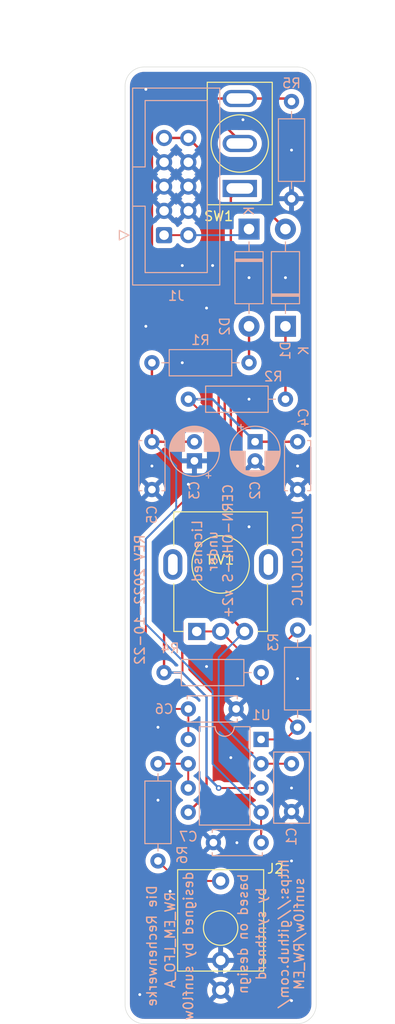
<source format=kicad_pcb>
(kicad_pcb (version 20211014) (generator pcbnew)
  (title_block (title "RW_EM_LFO_A") (date "2022-10-19") (rev "2022-10-19") (comment 1 "Licensed under CERN-OHL-S v2+") (comment 2 "https://github.com/sunfl0w/RW_EM"))
  (layers (0 "F.Cu" signal) (31 "B.Cu" signal) (34 "B.Paste" user) (35 "F.Paste" user) (36 "B.SilkS" user "B.Silkscreen") (37 "F.SilkS" user "F.Silkscreen") (38 "B.Mask" user) (39 "F.Mask" user) (44 "Edge.Cuts" user))
  (net 0 "")
  (net 1 "GND")
  (net 2 "Net-(C1-Pad2)")
  (net 3 "+12V")
  (net 4 "-12V")
  (net 5 "Net-(D1-Pad1)")
  (net 6 "Net-(D1-Pad2)")
  (net 7 "Net-(D2-Pad1)")
  (net 8 "Net-(D2-Pad2)")
  (net 9 "Net-(J2-PadT)")
  (net 10 "Net-(R3-Pad1)")
  (net 11 "Net-(R3-Pad2)")
  (net 12 "Net-(R4-Pad2)")
  (net 13 "Net-(R6-Pad1)")
  (net 14 "Net-(SW1-Pad2)")
  (footprint "RW_EurorackModular:PJ301M-12" (layer "F.Cu") (at 138 141)
    (fp_text reference "J2" (at 5.715 -6.2 unlocked) (layer "F.SilkS"))
    (fp_text value "PJ301M-12")
    (fp_rect (start 4.5 -6.1) (end -4.5 4.5) (layer "F.SilkS") (width 0.12) (fill none))
    (fp_circle (center 0 0) (end 1.8 0) (layer "F.SilkS") (width 0.12) (fill none))
    (pad "S" thru_hole circle (at 0 6.5) (size 1.8 1.8) (drill 1) (layers *.Cu *.Mask) (net 1 "GND"))
    (pad "T" thru_hole circle (at 0 -4.92) (size 1.8 1.8) (drill 1) (layers *.Cu *.Mask) (net 9 "Net-(J2-PadT)"))
    (pad "TN" thru_hole oval (at 0 3.38) (size 1.8 1.8) (drill oval 1) (layers *.Cu *.Mask) (net 1 "GND"))
  )
  (footprint "RW_EurorackModular:Potentiometer_R0904N_SongHuei" (layer "F.Cu") (at 138 103)
    (fp_text reference "RV1" (at 0 -0.5 unlocked) (layer "F.SilkS"))
    (fp_text value "1M")
    (fp_line (start 0 -5.5) (end 4.9 -5.5) (layer "F.SilkS") (width 0.12))
    (fp_line (start 0 -5.5) (end -4.9 -5.5) (layer "F.SilkS") (width 0.12))
    (fp_line (start -4.9 7) (end -3.9 7) (layer "F.SilkS") (width 0.12))
    (fp_line (start 4.9 7) (end 3.9 7) (layer "F.SilkS") (width 0.12))
    (fp_line (start -4.9 -5.5) (end -4.9 -2) (layer "F.SilkS") (width 0.12))
    (fp_line (start 4.9 -5.5) (end 4.9 -2) (layer "F.SilkS") (width 0.12))
    (fp_line (start -4.9 7) (end -4.9 2) (layer "F.SilkS") (width 0.12))
    (fp_line (start 4.9 7) (end 4.9 2) (layer "F.SilkS") (width 0.12))
    (fp_circle (center 0 0) (end 3 0) (layer "F.SilkS") (width 0.12) (fill none))
    (pad "" thru_hole oval (at -5 0) (size 2 3.2) (drill oval 1 2.2) (layers *.Cu *.Mask))
    (pad "" thru_hole oval (at 5 0) (size 2 3.2) (drill oval 1 2.2) (layers *.Cu *.Mask))
    (pad "1" thru_hole rect (at -2.5 7) (size 1.8 1.8) (drill 1) (layers *.Cu *.Mask) (net 10 "Net-(R3-Pad1)"))
    (pad "2" thru_hole circle (at 0 7) (size 1.8 1.8) (drill 1) (layers *.Cu *.Mask) (net 10 "Net-(R3-Pad1)"))
    (pad "3" thru_hole circle (at 2.5 7) (size 1.8 1.8) (drill 1) (layers *.Cu *.Mask) (net 2 "Net-(C1-Pad2)"))
  )
  (footprint "RW_EurorackModular:Toggle_Switch_LUGS_SPDT" (layer "F.Cu") (at 140 59)
    (fp_text reference "SW1" (at -2.205 7.6 unlocked) (layer "F.SilkS"))
    (fp_text value "SW_SPDT")
    (fp_rect (start -3.4 -6.4) (end 3.4 6.4) (layer "F.SilkS") (width 0.12) (fill none))
    (fp_circle (center 0 0) (end 3 0) (layer "F.SilkS") (width 0.12) (fill none))
    (pad "1" thru_hole rect (at 0 4.7) (size 3.6 1.8) (drill oval 2.8 1.1) (layers *.Cu *.Mask) (net 2 "Net-(C1-Pad2)"))
    (pad "2" thru_hole oval (at 0 0) (size 3.6 1.8) (drill oval 2.8 1.1) (layers *.Cu *.Mask) (net 14 "Net-(SW1-Pad2)"))
    (pad "3" thru_hole oval (at 0 -4.7) (size 3.6 1.8) (drill oval 2.8 1.1) (layers *.Cu *.Mask) (net 12 "Net-(R4-Pad2)"))
  )
  (footprint "Resistor_THT:R_Axial_DIN0207_L6.3mm_D2.5mm_P10.16mm_Horizontal" (layer "B.Cu") (at 140.97 81.915 180)
    (fp_text reference "R1" (at 5.08 2.37) (layer "B.SilkS") (effects (justify mirror)))
    (fp_text value "10")
    (fp_line (start 1.81 1.37) (end 1.81 -1.37) (layer "B.SilkS") (width 0.12))
    (fp_line (start 1.81 -1.37) (end 8.35 -1.37) (layer "B.SilkS") (width 0.12))
    (fp_line (start 8.35 1.37) (end 1.81 1.37) (layer "B.SilkS") (width 0.12))
    (fp_line (start 9.12 0) (end 8.35 0) (layer "B.SilkS") (width 0.12))
    (fp_line (start 1.04 0) (end 1.81 0) (layer "B.SilkS") (width 0.12))
    (fp_line (start 8.35 -1.37) (end 8.35 1.37) (layer "B.SilkS") (width 0.12))
    (pad "1" thru_hole circle (at 0 0 180) (size 1.6 1.6) (drill 0.8) (layers *.Cu *.Mask) (net 8 "Net-(D2-Pad2)"))
    (pad "2" thru_hole oval (at 10.16 0 180) (size 1.6 1.6) (drill 0.8) (layers *.Cu *.Mask) (net 4 "-12V"))
  )
  (footprint "Capacitor_THT:C_Rect_L7.2mm_W3.5mm_P5.00mm_FKS2_FKP2_MKS2_MKP2" (layer "B.Cu") (at 145.415 128.825 90)
    (fp_text reference "C1" (at -2.62 0 90) (layer "B.SilkS") (effects (justify mirror)))
    (fp_text value "1uF")
    (fp_line (start -1.22 1.87) (end 6.22 1.87) (layer "B.SilkS") (width 0.12))
    (fp_line (start 6.22 1.87) (end 6.22 -1.87) (layer "B.SilkS") (width 0.12))
    (fp_line (start -1.22 -1.87) (end 6.22 -1.87) (layer "B.SilkS") (width 0.12))
    (fp_line (start -1.22 1.87) (end -1.22 -1.87) (layer "B.SilkS") (width 0.12))
    (pad "1" thru_hole circle (at 0 0 90) (size 1.6 1.6) (drill 0.8) (layers *.Cu *.Mask) (net 1 "GND"))
    (pad "2" thru_hole circle (at 5 0 90) (size 1.6 1.6) (drill 0.8) (layers *.Cu *.Mask) (net 2 "Net-(C1-Pad2)"))
  )
  (footprint "Resistor_THT:R_Axial_DIN0207_L6.3mm_D2.5mm_P10.16mm_Horizontal" (layer "B.Cu") (at 144.78 85.725 180)
    (fp_text reference "R2" (at 1.27 2.37) (layer "B.SilkS") (effects (justify mirror)))
    (fp_text value "10")
    (fp_line (start 1.81 -1.37) (end 8.35 -1.37) (layer "B.SilkS") (width 0.12))
    (fp_line (start 8.35 -1.37) (end 8.35 1.37) (layer "B.SilkS") (width 0.12))
    (fp_line (start 1.04 0) (end 1.81 0) (layer "B.SilkS") (width 0.12))
    (fp_line (start 9.12 0) (end 8.35 0) (layer "B.SilkS") (width 0.12))
    (fp_line (start 1.81 1.37) (end 1.81 -1.37) (layer "B.SilkS") (width 0.12))
    (fp_line (start 8.35 1.37) (end 1.81 1.37) (layer "B.SilkS") (width 0.12))
    (pad "1" thru_hole circle (at 0 0 180) (size 1.6 1.6) (drill 0.8) (layers *.Cu *.Mask) (net 5 "Net-(D1-Pad1)"))
    (pad "2" thru_hole oval (at 10.16 0 180) (size 1.6 1.6) (drill 0.8) (layers *.Cu *.Mask) (net 3 "+12V"))
  )
  (footprint "Capacitor_THT:C_Disc_D5.0mm_W2.5mm_P5.00mm" (layer "B.Cu") (at 130.81 95.17 90)
    (fp_text reference "C5" (at -2.62 0 90) (layer "B.SilkS") (effects (justify mirror)))
    (fp_text value "100nF")
    (fp_line (start 5.12 1.37) (end 5.12 1.055) (layer "B.SilkS") (width 0.12))
    (fp_line (start -0.12 -1.055) (end -0.12 -1.37) (layer "B.SilkS") (width 0.12))
    (fp_line (start 5.12 -1.055) (end 5.12 -1.37) (layer "B.SilkS") (width 0.12))
    (fp_line (start -0.12 1.37) (end 5.12 1.37) (layer "B.SilkS") (width 0.12))
    (fp_line (start -0.12 -1.37) (end 5.12 -1.37) (layer "B.SilkS") (width 0.12))
    (fp_line (start -0.12 1.37) (end -0.12 1.055) (layer "B.SilkS") (width 0.12))
    (pad "1" thru_hole circle (at 0 0 90) (size 1.6 1.6) (drill 0.8) (layers *.Cu *.Mask) (net 1 "GND"))
    (pad "2" thru_hole circle (at 5 0 90) (size 1.6 1.6) (drill 0.8) (layers *.Cu *.Mask) (net 4 "-12V"))
  )
  (footprint "Diode_THT:D_DO-41_SOD81_P10.16mm_Horizontal" (layer "B.Cu") (at 144.78 78.105 90)
    (fp_text reference "D1" (at -2.54 0 90) (layer "B.SilkS") (effects (justify mirror)))
    (fp_text value "1N5819")
    (fp_text user "K" (at -2.54 1.905 90) (layer "B.SilkS") (effects (justify mirror)))
    (fp_line (start 3.26 1.47) (end 3.26 -1.47) (layer "B.SilkS") (width 0.12))
    (fp_line (start 3.14 1.47) (end 3.14 -1.47) (layer "B.SilkS") (width 0.12))
    (fp_line (start 2.36 1.47) (end 2.36 -1.47) (layer "B.SilkS") (width 0.12))
    (fp_line (start 2.36 -1.47) (end 7.8 -1.47) (layer "B.SilkS") (width 0.12))
    (fp_line (start 3.38 1.47) (end 3.38 -1.47) (layer "B.SilkS") (width 0.12))
    (fp_line (start 1.34 0) (end 2.36 0) (layer "B.SilkS") (width 0.12))
    (fp_line (start 7.8 -1.47) (end 7.8 1.47) (layer "B.SilkS") (width 0.12))
    (fp_line (start 8.82 0) (end 7.8 0) (layer "B.SilkS") (width 0.12))
    (fp_line (start 7.8 1.47) (end 2.36 1.47) (layer "B.SilkS") (width 0.12))
    (pad "1" thru_hole rect (at 0 0 90) (size 2.2 2.2) (drill 1.1) (layers *.Cu *.Mask) (net 5 "Net-(D1-Pad1)"))
    (pad "2" thru_hole oval (at 10.16 0 90) (size 2.2 2.2) (drill 1.1) (layers *.Cu *.Mask) (net 6 "Net-(D1-Pad2)"))
  )
  (footprint "Diode_THT:D_DO-41_SOD81_P10.16mm_Horizontal" (layer "B.Cu") (at 140.97 67.945 -90)
    (fp_text reference "D2" (at 10.16 2.54 90) (layer "B.SilkS") (effects (justify mirror)))
    (fp_text value "1N5819")
    (fp_text user "K" (at -1.905 0 90) (layer "B.SilkS") (effects (justify mirror)))
    (fp_line (start 2.36 -1.47) (end 7.8 -1.47) (layer "B.SilkS") (width 0.12))
    (fp_line (start 1.34 0) (end 2.36 0) (layer "B.SilkS") (width 0.12))
    (fp_line (start 3.14 1.47) (end 3.14 -1.47) (layer "B.SilkS") (width 0.12))
    (fp_line (start 3.26 1.47) (end 3.26 -1.47) (layer "B.SilkS") (width 0.12))
    (fp_line (start 7.8 1.47) (end 2.36 1.47) (layer "B.SilkS") (width 0.12))
    (fp_line (start 2.36 1.47) (end 2.36 -1.47) (layer "B.SilkS") (width 0.12))
    (fp_line (start 7.8 -1.47) (end 7.8 1.47) (layer "B.SilkS") (width 0.12))
    (fp_line (start 3.38 1.47) (end 3.38 -1.47) (layer "B.SilkS") (width 0.12))
    (fp_line (start 8.82 0) (end 7.8 0) (layer "B.SilkS") (width 0.12))
    (pad "1" thru_hole rect (at 0 0 270) (size 2.2 2.2) (drill 1.1) (layers *.Cu *.Mask) (net 7 "Net-(D2-Pad1)"))
    (pad "2" thru_hole oval (at 10.16 0 270) (size 2.2 2.2) (drill 1.1) (layers *.Cu *.Mask) (net 8 "Net-(D2-Pad2)"))
  )
  (footprint "Capacitor_THT:CP_Radial_D5.0mm_P2.00mm" (layer "B.Cu") (at 135.255 92.17 90)
    (fp_text reference "C3" (at -3.08 0 90) (layer "B.SilkS") (effects (justify mirror)))
    (fp_text value "47uF")
    (fp_line (start 1.24 2.569) (end 1.24 1.04) (layer "B.SilkS") (width 0.12))
    (fp_line (start 2.281 2.247) (end 2.281 1.04) (layer "B.SilkS") (width 0.12))
    (fp_line (start 2.841 -1.04) (end 2.841 -1.826) (layer "B.SilkS") (width 0.12))
    (fp_line (start 2.321 2.224) (end 2.321 1.04) (layer "B.SilkS") (width 0.12))
    (fp_line (start 2.121 2.329) (end 2.121 1.04) (layer "B.SilkS") (width 0.12))
    (fp_line (start 1.6 -1.04) (end 1.6 -2.511) (layer "B.SilkS") (width 0.12))
    (fp_line (start 2.201 -1.04) (end 2.201 -2.29) (layer "B.SilkS") (width 0.12))
    (fp_line (start 2.161 2.31) (end 2.161 1.04) (layer "B.SilkS") (width 0.12))
    (fp_line (start 1.12 2.578) (end 1.12 1.04) (layer "B.SilkS") (width 0.12))
    (fp_line (start 2.601 2.035) (end 2.601 1.04) (layer "B.SilkS") (width 0.12))
    (fp_line (start 2.921 1.743) (end 2.921 1.04) (layer "B.SilkS") (width 0.12))
    (fp_line (start 1.961 2.398) (end 1.961 1.04) (layer "B.SilkS") (width 0.12))
    (fp_line (start 1.56 2.52) (end 1.56 1.04) (layer "B.SilkS") (width 0.12))
    (fp_line (start 1.48 -1.04) (end 1.48 -2.536) (layer "B.SilkS") (width 0.12))
    (fp_line (start 1.48 2.536) (end 1.48 1.04) (layer "B.SilkS") (width 0.12))
    (fp_line (start 2.681 -1.04) (end 2.681 -1.971) (layer "B.SilkS") (width 0.12))
    (fp_line (start 2.521 2.095) (end 2.521 1.04) (layer "B.SilkS") (width 0.12))
    (fp_line (start 1.4 -1.04) (end 1.4 -2.55) (layer "B.SilkS") (width 0.12))
    (fp_line (start 1.761 -1.04) (end 1.761 -2.468) (layer "B.SilkS") (width 0.12))
    (fp_line (start 2.641 2.004) (end 2.641 1.04) (layer "B.SilkS") (width 0.12))
    (fp_line (start 2.001 2.382) (end 2.001 1.04) (layer "B.SilkS") (width 0.12))
    (fp_line (start 2.761 1.901) (end 2.761 1.04) (layer "B.SilkS") (width 0.12))
    (fp_line (start 1.44 2.543) (end 1.44 1.04) (layer "B.SilkS") (width 0.12))
    (fp_line (start 1.36 2.556) (end 1.36 1.04) (layer "B.SilkS") (width 0.12))
    (fp_line (start 1.881 2.428) (end 1.881 1.04) (layer "B.SilkS") (width 0.12))
    (fp_line (start 2.561 2.065) (end 2.561 1.04) (layer "B.SilkS") (width 0.12))
    (fp_line (start 3.001 1.653) (end 3.001 1.04) (layer "B.SilkS") (width 0.12))
    (fp_line (start 2.161 -1.04) (end 2.161 -2.31) (layer "B.SilkS") (width 0.12))
    (fp_line (start 1.961 -1.04) (end 1.961 -2.398) (layer "B.SilkS") (width 0.12))
    (fp_line (start 2.441 -1.04) (end 2.441 -2.149) (layer "B.SilkS") (width 0.12))
    (fp_line (start 1.761 2.468) (end 1.761 1.04) (layer "B.SilkS") (width 0.12))
    (fp_line (start 3.521 0.677) (end 3.521 -0.677) (layer "B.SilkS") (width 0.12))
    (fp_line (start 1.04 2.58) (end 1.04 1.04) (layer "B.SilkS") (width 0.12))
    (fp_line (start 1.64 2.501) (end 1.64 1.04) (layer "B.SilkS") (width 0.12))
    (fp_line (start 1.28 -1.04) (end 1.28 -2.565) (layer "B.SilkS") (width 0.12))
    (fp_line (start 3.281 1.251) (end 3.281 -1.251) (layer "B.SilkS") (width 0.12))
    (fp_line (start 2.401 -1.04) (end 2.401 -2.175) (layer "B.SilkS") (width 0.12))
    (fp_line (start 1.32 2.561) (end 1.32 1.04) (layer "B.SilkS") (width 0.12))
    (fp_line (start 2.201 2.29) (end 2.201 1.04) (layer "B.SilkS") (width 0.12))
    (fp_line (start 3.041 1.605) (end 3.041 -1.605) (layer "B.SilkS") (width 0.12))
    (fp_line (start 1.16 2.576) (end 1.16 1.04) (layer "B.SilkS") (width 0.12))
    (fp_line (start 1.6 2.511) (end 1.6 1.04) (layer "B.SilkS") (width 0.12))
    (fp_line (start 2.441 2.149) (end 2.441 1.04) (layer "B.SilkS") (width 0.12))
    (fp_line (start 2.761 -1.04) (end 2.761 -1.901) (layer "B.SilkS") (width 0.12))
    (fp_line (start 1.801 2.455) (end 1.801 1.04) (layer "B.SilkS") (width 0.12))
    (fp_line (start 3.121 1.5) (end 3.121 -1.5) (layer "B.SilkS") (width 0.12))
    (fp_line (start 1.16 -1.04) (end 1.16 -2.576) (layer "B.SilkS") (width 0.12))
    (fp_line (start 2.841 1.826) (end 2.841 1.04) (layer "B.SilkS") (width 0.12))
    (fp_line (start 2.961 -1.04) (end 2.961 -1.699) (layer "B.SilkS") (width 0.12))
    (fp_line (start 1.44 -1.04) (end 1.44 -2.543) (layer "B.SilkS") (width 0.12))
    (fp_line (start 3.441 0.915) (end 3.441 -0.915) (layer "B.SilkS") (width 0.12))
    (fp_line (start 1 2.58) (end 1 1.04) (layer "B.SilkS") (width 0.12))
    (fp_line (start 2.961 1.699) (end 2.961 1.04) (layer "B.SilkS") (width 0.12))
    (fp_line (start 1.08 -1.04) (end 1.08 -2.579) (layer "B.SilkS") (width 0.12))
    (fp_line (start 2.561 -1.04) (end 2.561 -2.065) (layer "B.SilkS") (width 0.12))
    (fp_line (start 3.401 1.011) (end 3.401 -1.011) (layer "B.SilkS") (width 0.12))
    (fp_line (start 1.08 2.579) (end 1.08 1.04) (layer "B.SilkS") (width 0.12))
    (fp_line (start 2.321 -1.04) (end 2.321 -2.224) (layer "B.SilkS") (width 0.12))
    (fp_line (start 3.481 0.805) (end 3.481 -0.805) (layer "B.SilkS") (width 0.12))
    (fp_line (start 2.281 -1.04) (end 2.281 -2.247) (layer "B.SilkS") (width 0.12))
    (fp_line (start 1.721 2.48) (end 1.721 1.04) (layer "B.SilkS") (width 0.12))
    (fp_line (start 1.52 2.528) (end 1.52 1.04) (layer "B.SilkS") (width 0.12))
    (fp_line (start 2.401 2.175) (end 2.401 1.04) (layer "B.SilkS") (width 0.12))
    (fp_line (start 3.241 1.319) (end 3.241 -1.319) (layer "B.SilkS") (width 0.12))
    (fp_line (start 1.64 -1.04) (end 1.64 -2.501) (layer "B.SilkS") (width 0.12))
    (fp_line (start 2.721 -1.04) (end 2.721 -1.937) (layer "B.SilkS") (width 0.12))
    (fp_line (start 1.921 2.414) (end 1.921 1.04) (layer "B.SilkS") (width 0.12))
    (fp_line (start 3.561 0.518) (end 3.561 -0.518) (layer "B.SilkS") (width 0.12))
    (fp_line (start 1.4 2.55) (end 1.4 1.04) (layer "B.SilkS") (width 0.12))
    (fp_line (start 2.241 -1.04) (end 2.241 -2.268) (layer "B.SilkS") (width 0.12))
    (fp_line (start 3.001 -1.04) (end 3.001 -1.653) (layer "B.SilkS") (width 0.12))
    (fp_line (start 1.921 -1.04) (end 1.921 -2.414) (layer "B.SilkS") (width 0.12))
    (fp_line (start 1.52 -1.04) (end 1.52 -2.528) (layer "B.SilkS") (width 0.12))
    (fp_line (start 2.921 -1.04) (end 2.921 -1.743) (layer "B.SilkS") (width 0.12))
    (fp_line (start 2.881 1.785) (end 2.881 1.04) (layer "B.SilkS") (width 0.12))
    (fp_line (start 1.56 -1.04) (end 1.56 -2.52) (layer "B.SilkS") (width 0.12))
    (fp_line (start 1.68 2.491) (end 1.68 1.04) (layer "B.SilkS") (width 0.12))
    (fp_line (start 1.2 -1.04) (end 1.2 -2.573) (layer "B.SilkS") (width 0.12))
    (fp_line (start 1.36 -1.04) (end 1.36 -2.556) (layer "B.SilkS") (width 0.12))
    (fp_line (start 3.601 0.284) (end 3.601 -0.284) (layer "B.SilkS") (width 0.12))
    (fp_line (start 2.721 1.937) (end 2.721 1.04) (layer "B.SilkS") (width 0.12))
    (fp_line (start -1.804775 1.475) (end -1.304775 1.475) (layer "B.SilkS") (width 0.12))
    (fp_line (start 2.081 2.348) (end 2.081 1.04) (layer "B.SilkS") (width 0.12))
    (fp_line (start 2.601 -1.04) (end 2.601 -2.035) (layer "B.SilkS") (width 0.12))
    (fp_line (start 3.321 1.178) (end 3.321 -1.178) (layer "B.SilkS") (width 0.12))
    (fp_line (start 2.521 -1.04) (end 2.521 -2.095) (layer "B.SilkS") (width 0.12))
    (fp_line (start 1.04 -1.04) (end 1.04 -2.58) (layer "B.SilkS") (width 0.12))
    (fp_line (start 2.881 -1.04) (end 2.881 -1.785) (layer "B.SilkS") (width 0.12))
    (fp_line (start 1 -1.04) (end 1 -2.58) (layer "B.SilkS") (width 0.12))
    (fp_line (start 1.12 -1.04) (end 1.12 -2.578) (layer "B.SilkS") (width 0.12))
    (fp_line (start 1.801 -1.04) (end 1.801 -2.455) (layer "B.SilkS") (width 0.12))
    (fp_line (start 2.681 1.971) (end 2.681 1.04) (layer "B.SilkS") (width 0.12))
    (fp_line (start 2.641 -1.04) (end 2.641 -2.004) (layer "B.SilkS") (width 0.12))
    (fp_line (start 2.081 -1.04) (end 2.081 -2.348) (layer "B.SilkS") (width 0.12))
    (fp_line (start 1.841 -1.04) (end 1.841 -2.442) (layer "B.SilkS") (width 0.12))
    (fp_line (start 1.881 -1.04) (end 1.881 -2.428) (layer "B.SilkS") (width 0.12))
    (fp_line (start 2.481 2.122) (end 2.481 1.04) (layer "B.SilkS") (width 0.12))
    (fp_line (start 1.68 -1.04) (end 1.68 -2.491) (layer "B.SilkS") (width 0.12))
    (fp_line (start 1.721 -1.04) (end 1.721 -2.48) (layer "B.SilkS") (width 0.12))
    (fp_line (start 2.481 -1.04) (end 2.481 -2.122) (layer "B.SilkS") (width 0.12))
    (fp_line (start 3.201 1.383) (end 3.201 -1.383) (layer "B.SilkS") (width 0.12))
    (fp_line (start 1.2 2.573) (end 1.2 1.04) (layer "B.SilkS") (width 0.12))
    (fp_line (start 2.041 -1.04) (end 2.041 -2.365) (layer "B.SilkS") (width 0.12))
    (fp_line (start 2.361 2.2) (end 2.361 1.04) (layer "B.SilkS") (width 0.12))
    (fp_line (start 2.361 -1.04) (end 2.361 -2.2) (layer "B.SilkS") (width 0.12))
    (fp_line (start 1.24 -1.04) (end 1.24 -2.569) (layer "B.SilkS") (width 0.12))
    (fp_line (start 3.161 1.443) (end 3.161 -1.443) (layer "B.SilkS") (width 0.12))
    (fp_line (start 1.841 2.442) (end 1.841 1.04) (layer "B.SilkS") (width 0.12))
    (fp_line (start 3.081 1.554) (end 3.081 -1.554) (layer "B.SilkS") (width 0.12))
    (fp_line (start 1.32 -1.04) (end 1.32 -2.561) (layer "B.SilkS") (width 0.12))
    (fp_line (start 2.041 2.365) (end 2.041 1.04) (layer "B.SilkS") (width 0.12))
    (fp_line (start 2.121 -1.04) (end 2.121 -2.329) (layer "B.SilkS") (width 0.12))
    (fp_line (start 1.28 2.565) (end 1.28 1.04) (layer "B.SilkS") (width 0.12))
    (fp_line (start -1.554775 1.725) (end -1.554775 1.225) (layer "B.SilkS") (width 0.12))
    (fp_line (start 2.801 1.864) (end 2.801 1.04) (layer "B.SilkS") (width 0.12))
    (fp_line (start 2.001 -1.04) (end 2.001 -2.382) (layer "B.SilkS") (width 0.12))
    (fp_line (start 2.801 -1.04) (end 2.801 -1.864) (layer "B.SilkS") (width 0.12))
    (fp_line (start 3.361 1.098) (end 3.361 -1.098) (layer "B.SilkS") (width 0.12))
    (fp_line (start 2.241 2.268) (end 2.241 1.04) (layer "B.SilkS") (width 0.12))
    (fp_circle (center 1 0) (end 3.62 0) (layer "B.SilkS") (width 0.12) (fill none))
    (pad "1" thru_hole rect (at 0 0 90) (size 1.6 1.6) (drill 0.8) (layers *.Cu *.Mask) (net 1 "GND"))
    (pad "2" thru_hole circle (at 2 0 90) (size 1.6 1.6) (drill 0.8) (layers *.Cu *.Mask) (net 4 "-12V"))
  )
  (footprint "Package_DIP:DIP-8_W7.62mm" (layer "B.Cu") (at 142.23 121.285 180)
    (fp_text reference "U1" (at -0.01 2.54) (layer "B.SilkS") (effects (justify mirror)))
    (fp_text value "TL072")
    (fp_line (start 6.46 -8.95) (end 6.46 1.33) (layer "B.SilkS") (width 0.12))
    (fp_line (start 1.16 1.33) (end 1.16 -8.95) (layer "B.SilkS") (width 0.12))
    (fp_line (start 1.16 -8.95) (end 6.46 -8.95) (layer "B.SilkS") (width 0.12))
    (fp_line (start 6.46 1.33) (end 4.81 1.33) (layer "B.SilkS") (width 0.12))
    (fp_line (start 2.81 1.33) (end 1.16 1.33) (layer "B.SilkS") (width 0.12))
    (fp_arc (start 2.81 1.33) (mid 3.81 0.33) (end 4.81 1.33) (layer "B.SilkS") (width 0.12))
    (pad "1" thru_hole rect (at 0 0 180) (size 1.6 1.6) (drill 0.8) (layers *.Cu *.Mask) (net 11 "Net-(R3-Pad2)"))
    (pad "2" thru_hole oval (at 0 -2.54 180) (size 1.6 1.6) (drill 0.8) (layers *.Cu *.Mask) (net 2 "Net-(C1-Pad2)"))
    (pad "3" thru_hole oval (at 0 -5.08 180) (size 1.6 1.6) (drill 0.8) (layers *.Cu *.Mask) (net 12 "Net-(R4-Pad2)"))
    (pad "4" thru_hole oval (at 0 -7.62 180) (size 1.6 1.6) (drill 0.8) (layers *.Cu *.Mask) (net 4 "-12V"))
    (pad "5" thru_hole oval (at 7.62 -7.62 180) (size 1.6 1.6) (drill 0.8) (layers *.Cu *.Mask) (net 14 "Net-(SW1-Pad2)"))
    (pad "6" thru_hole oval (at 7.62 -5.08 180) (size 1.6 1.6) (drill 0.8) (layers *.Cu *.Mask) (net 13 "Net-(R6-Pad1)"))
    (pad "7" thru_hole oval (at 7.62 -2.54 180) (size 1.6 1.6) (drill 0.8) (layers *.Cu *.Mask) (net 13 "Net-(R6-Pad1)"))
    (pad "8" thru_hole oval (at 7.62 0 180) (size 1.6 1.6) (drill 0.8) (layers *.Cu *.Mask) (net 3 "+12V"))
  )
  (footprint "Capacitor_THT:C_Disc_D5.0mm_W2.5mm_P5.00mm" (layer "B.Cu") (at 137.24 132.07)
    (fp_text reference "C7" (at -2.62 -0.625) (layer "B.SilkS") (effects (justify mirror)))
    (fp_text value "100nF")
    (fp_line (start -0.12 1.37) (end -0.12 1.055) (layer "B.SilkS") (width 0.12))
    (fp_line (start -0.12 -1.055) (end -0.12 -1.37) (layer "B.SilkS") (width 0.12))
    (fp_line (start -0.12 -1.37) (end 5.12 -1.37) (layer "B.SilkS") (width 0.12))
    (fp_line (start -0.12 1.37) (end 5.12 1.37) (layer "B.SilkS") (width 0.12))
    (fp_line (start 5.12 1.37) (end 5.12 1.055) (layer "B.SilkS") (width 0.12))
    (fp_line (start 5.12 -1.055) (end 5.12 -1.37) (layer "B.SilkS") (width 0.12))
    (pad "1" thru_hole circle (at 0 0) (size 1.6 1.6) (drill 0.8) (layers *.Cu *.Mask) (net 1 "GND"))
    (pad "2" thru_hole circle (at 5 0) (size 1.6 1.6) (drill 0.8) (layers *.Cu *.Mask) (net 4 "-12V"))
  )
  (footprint "Resistor_THT:R_Axial_DIN0207_L6.3mm_D2.5mm_P10.16mm_Horizontal" (layer "B.Cu") (at 145.415 54.61 -90)
    (fp_text reference "R5" (at -1.905 0 180) (layer "B.SilkS") (effects (justify mirror)))
    (fp_text value "56k")
    (fp_line (start 1.81 -1.37) (end 8.35 -1.37) (layer "B.SilkS") (width 0.12))
    (fp_line (start 1.81 1.37) (end 1.81 -1.37) (layer "B.SilkS") (width 0.12))
    (fp_line (start 8.35 1.37) (end 1.81 1.37) (layer "B.SilkS") (width 0.12))
    (fp_line (start 9.12 0) (end 8.35 0) (layer "B.SilkS") (width 0.12))
    (fp_line (start 1.04 0) (end 1.81 0) (layer "B.SilkS") (width 0.12))
    (fp_line (start 8.35 -1.37) (end 8.35 1.37) (layer "B.SilkS") (width 0.12))
    (pad "1" thru_hole circle (at 0 0 270) (size 1.6 1.6) (drill 0.8) (layers *.Cu *.Mask) (net 12 "Net-(R4-Pad2)"))
    (pad "2" thru_hole oval (at 10.16 0 270) (size 1.6 1.6) (drill 0.8) (layers *.Cu *.Mask) (net 1 "GND"))
  )
  (footprint "Capacitor_THT:C_Disc_D5.0mm_W2.5mm_P5.00mm" (layer "B.Cu") (at 146.05 90.17 -90)
    (fp_text reference "C4" (at -2.54 -0.635 90) (layer "B.SilkS") (effects (justify mirror)))
    (fp_text value "100nF")
    (fp_line (start 5.12 1.37) (end 5.12 1.055) (layer "B.SilkS") (width 0.12))
    (fp_line (start -0.12 1.37) (end -0.12 1.055) (layer "B.SilkS") (width 0.12))
    (fp_line (start 5.12 -1.055) (end 5.12 -1.37) (layer "B.SilkS") (width 0.12))
    (fp_line (start -0.12 1.37) (end 5.12 1.37) (layer "B.SilkS") (width 0.12))
    (fp_line (start -0.12 -1.37) (end 5.12 -1.37) (layer "B.SilkS") (width 0.12))
    (fp_line (start -0.12 -1.055) (end -0.12 -1.37) (layer "B.SilkS") (width 0.12))
    (pad "1" thru_hole circle (at 0 0 270) (size 1.6 1.6) (drill 0.8) (layers *.Cu *.Mask) (net 3 "+12V"))
    (pad "2" thru_hole circle (at 5 0 270) (size 1.6 1.6) (drill 0.8) (layers *.Cu *.Mask) (net 1 "GND"))
  )
  (footprint "Resistor_THT:R_Axial_DIN0207_L6.3mm_D2.5mm_P10.16mm_Horizontal" (layer "B.Cu") (at 146.05 109.855 -90)
    (fp_text reference "R3" (at 1.27 2.54 90) (layer "B.SilkS") (effects (justify mirror)))
    (fp_text value "10k")
    (fp_line (start 1.81 1.37) (end 1.81 -1.37) (layer "B.SilkS") (width 0.12))
    (fp_line (start 8.35 1.37) (end 1.81 1.37) (layer "B.SilkS") (width 0.12))
    (fp_line (start 8.35 -1.37) (end 8.35 1.37) (layer "B.SilkS") (width 0.12))
    (fp_line (start 9.12 0) (end 8.35 0) (layer "B.SilkS") (width 0.12))
    (fp_line (start 1.81 -1.37) (end 8.35 -1.37) (layer "B.SilkS") (width 0.12))
    (fp_line (start 1.04 0) (end 1.81 0) (layer "B.SilkS") (width 0.12))
    (pad "1" thru_hole circle (at 0 0 270) (size 1.6 1.6) (drill 0.8) (layers *.Cu *.Mask) (net 10 "Net-(R3-Pad1)"))
    (pad "2" thru_hole oval (at 10.16 0 270) (size 1.6 1.6) (drill 0.8) (layers *.Cu *.Mask) (net 11 "Net-(R3-Pad2)"))
  )
  (footprint "Resistor_THT:R_Axial_DIN0207_L6.3mm_D2.5mm_P10.16mm_Horizontal" (layer "B.Cu") (at 131.445 123.825 -90)
    (fp_text reference "R6" (at 9.525 -2.54 90) (layer "B.SilkS") (effects (justify mirror)))
    (fp_text value "1k")
    (fp_line (start 1.81 -1.37) (end 8.35 -1.37) (layer "B.SilkS") (width 0.12))
    (fp_line (start 8.35 1.37) (end 1.81 1.37) (layer "B.SilkS") (width 0.12))
    (fp_line (start 1.04 0) (end 1.81 0) (layer "B.SilkS") (width 0.12))
    (fp_line (start 8.35 -1.37) (end 8.35 1.37) (layer "B.SilkS") (width 0.12))
    (fp_line (start 1.81 1.37) (end 1.81 -1.37) (layer "B.SilkS") (width 0.12))
    (fp_line (start 9.12 0) (end 8.35 0) (layer "B.SilkS") (width 0.12))
    (pad "1" thru_hole circle (at 0 0 270) (size 1.6 1.6) (drill 0.8) (layers *.Cu *.Mask) (net 13 "Net-(R6-Pad1)"))
    (pad "2" thru_hole oval (at 10.16 0 270) (size 1.6 1.6) (drill 0.8) (layers *.Cu *.Mask) (net 9 "Net-(J2-PadT)"))
  )
  (footprint "Connector_IDC:IDC-Header_2x05_P2.54mm_Vertical" (layer "B.Cu") (at 132.08 68.58)
    (fp_text reference "J1" (at 1.27 6.35) (layer "B.SilkS") (effects (justify mirror)))
    (fp_text value "IDC_02x05")
    (fp_line (start -3.68 0) (end -4.68 0.5) (layer "B.SilkS") (width 0.12))
    (fp_line (start -3.29 5.21) (end 5.83 5.21) (layer "B.SilkS") (width 0.12))
    (fp_line (start -3.29 -15.37) (end -3.29 5.21) (layer "B.SilkS") (width 0.12))
    (fp_line (start -1.98 -7.13) (end -1.98 -7.13) (layer "B.SilkS") (width 0.12))
    (fp_line (start 4.52 -14.07) (end -1.98 -14.07) (layer "B.SilkS") (width 0.12))
    (fp_line (start 4.52 3.91) (end 4.52 -14.07) (layer "B.SilkS") (width 0.12))
    (fp_line (start -4.68 -0.5) (end -3.68 0) (layer "B.SilkS") (width 0.12))
    (fp_line (start -4.68 0.5) (end -4.68 -0.5) (layer "B.SilkS") (width 0.12))
    (fp_line (start -1.98 -7.13) (end -3.29 -7.13) (layer "B.SilkS") (width 0.12))
    (fp_line (start -1.98 3.91) (end 4.52 3.91) (layer "B.SilkS") (width 0.12))
    (fp_line (start -1.98 -3.03) (end -1.98 3.91) (layer "B.SilkS") (width 0.12))
    (fp_line (start -1.98 -14.07) (end -1.98 -7.13) (layer "B.SilkS") (width 0.12))
    (fp_line (start 5.83 -15.37) (end -3.29 -15.37) (layer "B.SilkS") (width 0.12))
    (fp_line (start 5.83 5.21) (end 5.83 -15.37) (layer "B.SilkS") (width 0.12))
    (fp_line (start -3.29 -3.03) (end -1.98 -3.03) (layer "B.SilkS") (width 0.12))
    (pad "1" thru_hole roundrect (at 0 0) (size 1.7 1.7) (drill 1) (layers *.Cu *.Mask) (roundrect_rratio 0.1470588235) (net 7 "Net-(D2-Pad1)"))
    (pad "2" thru_hole circle (at 2.54 0) (size 1.7 1.7) (drill 1) (layers *.Cu *.Mask) (net 7 "Net-(D2-Pad1)"))
    (pad "3" thru_hole circle (at 0 -2.54) (size 1.7 1.7) (drill 1) (layers *.Cu *.Mask) (net 1 "GND"))
    (pad "4" thru_hole circle (at 2.54 -2.54) (size 1.7 1.7) (drill 1) (layers *.Cu *.Mask) (net 1 "GND"))
    (pad "5" thru_hole circle (at 0 -5.08) (size 1.7 1.7) (drill 1) (layers *.Cu *.Mask) (net 1 "GND"))
    (pad "6" thru_hole circle (at 2.54 -5.08) (size 1.7 1.7) (drill 1) (layers *.Cu *.Mask) (net 1 "GND"))
    (pad "7" thru_hole circle (at 0 -7.62) (size 1.7 1.7) (drill 1) (layers *.Cu *.Mask) (net 1 "GND"))
    (pad "8" thru_hole circle (at 2.54 -7.62) (size 1.7 1.7) (drill 1) (layers *.Cu *.Mask) (net 1 "GND"))
    (pad "9" thru_hole circle (at 0 -10.16) (size 1.7 1.7) (drill 1) (layers *.Cu *.Mask) (net 6 "Net-(D1-Pad2)"))
    (pad "10" thru_hole circle (at 2.54 -10.16) (size 1.7 1.7) (drill 1) (layers *.Cu *.Mask) (net 6 "Net-(D1-Pad2)"))
  )
  (footprint "Resistor_THT:R_Axial_DIN0207_L6.3mm_D2.5mm_P10.16mm_Horizontal" (layer "B.Cu") (at 142.24 114.3 180)
    (fp_text reference "R4" (at 9.525 2.54) (layer "B.SilkS") (effects (justify mirror)))
    (fp_text value "100k")
    (fp_line (start 1.04 0) (end 1.81 0) (layer "B.SilkS") (width 0.12))
    (fp_line (start 8.35 1.37) (end 1.81 1.37) (layer "B.SilkS") (width 0.12))
    (fp_line (start 9.12 0) (end 8.35 0) (layer "B.SilkS") (width 0.12))
    (fp_line (start 8.35 -1.37) (end 8.35 1.37) (layer "B.SilkS") (width 0.12))
    (fp_line (start 1.81 1.37) (end 1.81 -1.37) (layer "B.SilkS") (width 0.12))
    (fp_line (start 1.81 -1.37) (end 8.35 -1.37) (layer "B.SilkS") (width 0.12))
    (pad "1" thru_hole circle (at 0 0 180) (size 1.6 1.6) (drill 0.8) (layers *.Cu *.Mask) (net 11 "Net-(R3-Pad2)"))
    (pad "2" thru_hole oval (at 10.16 0 180) (size 1.6 1.6) (drill 0.8) (layers *.Cu *.Mask) (net 12 "Net-(R4-Pad2)"))
  )
  (footprint "Capacitor_THT:C_Disc_D5.0mm_W2.5mm_P5.00mm" (layer "B.Cu") (at 134.62 118.1)
    (fp_text reference "C6" (at -2.54 0.01) (layer "B.SilkS") (effects (justify mirror)))
    (fp_text value "100nF")
    (fp_line (start -0.12 1.37) (end -0.12 1.055) (layer "B.SilkS") (width 0.12))
    (fp_line (start 5.12 -1.055) (end 5.12 -1.37) (layer "B.SilkS") (width 0.12))
    (fp_line (start -0.12 -1.37) (end 5.12 -1.37) (layer "B.SilkS") (width 0.12))
    (fp_line (start -0.12 -1.055) (end -0.12 -1.37) (layer "B.SilkS") (width 0.12))
    (fp_line (start -0.12 1.37) (end 5.12 1.37) (layer "B.SilkS") (width 0.12))
    (fp_line (start 5.12 1.37) (end 5.12 1.055) (layer "B.SilkS") (width 0.12))
    (pad "1" thru_hole circle (at 0 0) (size 1.6 1.6) (drill 0.8) (layers *.Cu *.Mask) (net 3 "+12V"))
    (pad "2" thru_hole circle (at 5 0) (size 1.6 1.6) (drill 0.8) (layers *.Cu *.Mask) (net 1 "GND"))
  )
  (footprint "Capacitor_THT:CP_Radial_D5.0mm_P2.00mm" (layer "B.Cu") (at 141.605 90.17 -90)
    (fp_text reference "C2" (at 5.08 0 90) (layer "B.SilkS") (effects (justify mirror)))
    (fp_text value "47uF")
    (fp_line (start 2.921 1.743) (end 2.921 1.04) (layer "B.SilkS") (width 0.12))
    (fp_line (start 3.001 -1.04) (end 3.001 -1.653) (layer "B.SilkS") (width 0.12))
    (fp_line (start 2.361 -1.04) (end 2.361 -2.2) (layer "B.SilkS") (width 0.12))
    (fp_line (start 3.601 0.284) (end 3.601 -0.284) (layer "B.SilkS") (width 0.12))
    (fp_line (start 1.761 -1.04) (end 1.761 -2.468) (layer "B.SilkS") (width 0.12))
    (fp_line (start 2.121 2.329) (end 2.121 1.04) (layer "B.SilkS") (width 0.12))
    (fp_line (start 2.961 -1.04) (end 2.961 -1.699) (layer "B.SilkS") (width 0.12))
    (fp_line (start 3.041 1.605) (end 3.041 -1.605) (layer "B.SilkS") (width 0.12))
    (fp_line (start 3.121 1.5) (end 3.121 -1.5) (layer "B.SilkS") (width 0.12))
    (fp_line (start 2.601 2.035) (end 2.601 1.04) (layer "B.SilkS") (width 0.12))
    (fp_line (start 1.44 -1.04) (end 1.44 -2.543) (layer "B.SilkS") (width 0.12))
    (fp_line (start 1.2 -1.04) (end 1.2 -2.573) (layer "B.SilkS") (width 0.12))
    (fp_line (start 1.12 -1.04) (end 1.12 -2.578) (layer "B.SilkS") (width 0.12))
    (fp_line (start 1.28 -1.04) (end 1.28 -2.565) (layer "B.SilkS") (width 0.12))
    (fp_line (start 1.921 -1.04) (end 1.921 -2.414) (layer "B.SilkS") (width 0.12))
    (fp_line (start 2.401 2.175) (end 2.401 1.04) (layer "B.SilkS") (width 0.12))
    (fp_line (start 1.56 -1.04) (end 1.56 -2.52) (layer "B.SilkS") (width 0.12))
    (fp_line (start 1.961 -1.04) (end 1.961 -2.398) (layer "B.SilkS") (width 0.12))
    (fp_line (start 2.641 -1.04) (end 2.641 -2.004) (layer "B.SilkS") (width 0.12))
    (fp_line (start 2.041 2.365) (end 2.041 1.04) (layer "B.SilkS") (width 0.12))
    (fp_line (start 1.68 2.491) (end 1.68 1.04) (layer "B.SilkS") (width 0.12))
    (fp_line (start 1.16 2.576) (end 1.16 1.04) (layer "B.SilkS") (width 0.12))
    (fp_line (start 1.56 2.52) (end 1.56 1.04) (layer "B.SilkS") (width 0.12))
    (fp_line (start 1.52 2.528) (end 1.52 1.04) (layer "B.SilkS") (width 0.12))
    (fp_line (start 1.68 -1.04) (end 1.68 -2.491) (layer "B.SilkS") (width 0.12))
    (fp_line (start 2.481 -1.04) (end 2.481 -2.122) (layer "B.SilkS") (width 0.12))
    (fp_line (start 3.521 0.677) (end 3.521 -0.677) (layer "B.SilkS") (width 0.12))
    (fp_line (start 2.161 2.31) (end 2.161 1.04) (layer "B.SilkS") (width 0.12))
    (fp_line (start 1 2.58) (end 1 1.04) (layer "B.SilkS") (width 0.12))
    (fp_line (start 3.001 1.653) (end 3.001 1.04) (layer "B.SilkS") (width 0.12))
    (fp_line (start 2.801 -1.04) (end 2.801 -1.864) (layer "B.SilkS") (width 0.12))
    (fp_line (start 1.761 2.468) (end 1.761 1.04) (layer "B.SilkS") (width 0.12))
    (fp_line (start 2.481 2.122) (end 2.481 1.04) (layer "B.SilkS") (width 0.12))
    (fp_line (start 1.961 2.398) (end 1.961 1.04) (layer "B.SilkS") (width 0.12))
    (fp_line (start 2.881 1.785) (end 2.881 1.04) (layer "B.SilkS") (width 0.12))
    (fp_line (start 2.721 -1.04) (end 2.721 -1.937) (layer "B.SilkS") (width 0.12))
    (fp_line (start 2.041 -1.04) (end 2.041 -2.365) (layer "B.SilkS") (width 0.12))
    (fp_line (start 3.201 1.383) (end 3.201 -1.383) (layer "B.SilkS") (width 0.12))
    (fp_line (start 2.201 2.29) (end 2.201 1.04) (layer "B.SilkS") (width 0.12))
    (fp_line (start 3.561 0.518) (end 3.561 -0.518) (layer "B.SilkS") (width 0.12))
    (fp_line (start 1.48 2.536) (end 1.48 1.04) (layer "B.SilkS") (width 0.12))
    (fp_line (start 1.64 2.501) (end 1.64 1.04) (layer "B.SilkS") (width 0.12))
    (fp_line (start 1.08 2.579) (end 1.08 1.04) (layer "B.SilkS") (width 0.12))
    (fp_line (start 2.681 1.971) (end 2.681 1.04) (layer "B.SilkS") (width 0.12))
    (fp_line (start 2.801 1.864) (end 2.801 1.04) (layer "B.SilkS") (width 0.12))
    (fp_line (start 2.561 2.065) (end 2.561 1.04) (layer "B.SilkS") (width 0.12))
    (fp_line (start 2.521 -1.04) (end 2.521 -2.095) (layer "B.SilkS") (width 0.12))
    (fp_line (start 2.841 -1.04) (end 2.841 -1.826) (layer "B.SilkS") (width 0.12))
    (fp_line (start 1.32 2.561) (end 1.32 1.04) (layer "B.SilkS") (width 0.12))
    (fp_line (start 2.241 2.268) (end 2.241 1.04) (layer "B.SilkS") (width 0.12))
    (fp_line (start 2.241 -1.04) (end 2.241 -2.268) (layer "B.SilkS") (width 0.12))
    (fp_line (start -1.804775 1.475) (end -1.304775 1.475) (layer "B.SilkS") (width 0.12))
    (fp_line (start 1.841 2.442) (end 1.841 1.04) (layer "B.SilkS") (width 0.12))
    (fp_line (start 1 -1.04) (end 1 -2.58) (layer "B.SilkS") (width 0.12))
    (fp_line (start 2.321 2.224) (end 2.321 1.04) (layer "B.SilkS") (width 0.12))
    (fp_line (start 1.24 2.569) (end 1.24 1.04) (layer "B.SilkS") (width 0.12))
    (fp_line (start 1.52 -1.04) (end 1.52 -2.528) (layer "B.SilkS") (width 0.12))
    (fp_line (start 2.081 -1.04) (end 2.081 -2.348) (layer "B.SilkS") (width 0.12))
    (fp_line (start 2.121 -1.04) (end 2.121 -2.329) (layer "B.SilkS") (width 0.12))
    (fp_line (start 2.641 2.004) (end 2.641 1.04) (layer "B.SilkS") (width 0.12))
    (fp_line (start 2.361 2.2) (end 2.361 1.04) (layer "B.SilkS") (width 0.12))
    (fp_line (start 2.521 2.095) (end 2.521 1.04) (layer "B.SilkS") (width 0.12))
    (fp_line (start 1.48 -1.04) (end 1.48 -2.536) (layer "B.SilkS") (width 0.12))
    (fp_line (start 2.721 1.937) (end 2.721 1.04) (layer "B.SilkS") (width 0.12))
    (fp_line (start 1.64 -1.04) (end 1.64 -2.501) (layer "B.SilkS") (width 0.12))
    (fp_line (start 2.081 2.348) (end 2.081 1.04) (layer "B.SilkS") (width 0.12))
    (fp_line (start 1.16 -1.04) (end 1.16 -2.576) (layer "B.SilkS") (width 0.12))
    (fp_line (start 2.761 1.901) (end 2.761 1.04) (layer "B.SilkS") (width 0.12))
    (fp_line (start 1.721 2.48) (end 1.721 1.04) (layer "B.SilkS") (width 0.12))
    (fp_line (start 2.001 2.382) (end 2.001 1.04) (layer "B.SilkS") (width 0.12))
    (fp_line (start 3.481 0.805) (end 3.481 -0.805) (layer "B.SilkS") (width 0.12))
    (fp_line (start 1.04 2.58) (end 1.04 1.04) (layer "B.SilkS") (width 0.12))
    (fp_line (start 2.881 -1.04) (end 2.881 -1.785) (layer "B.SilkS") (width 0.12))
    (fp_line (start 1.32 -1.04) (end 1.32 -2.561) (layer "B.SilkS") (width 0.12))
    (fp_line (start 2.561 -1.04) (end 2.561 -2.065) (layer "B.SilkS") (width 0.12))
    (fp_line (start 1.881 2.428) (end 1.881 1.04) (layer "B.SilkS") (width 0.12))
    (fp_line (start 3.281 1.251) (end 3.281 -1.251) (layer "B.SilkS") (width 0.12))
    (fp_line (start 1.4 -1.04) (end 1.4 -2.55) (layer "B.SilkS") (width 0.12))
    (fp_line (start 1.801 -1.04) (end 1.801 -2.455) (layer "B.SilkS") (width 0.12))
    (fp_line (start 1.08 -1.04) (end 1.08 -2.579) (layer "B.SilkS") (width 0.12))
    (fp_line (start 1.12 2.578) (end 1.12 1.04) (layer "B.SilkS") (width 0.12))
    (fp_line (start 2.161 -1.04) (end 2.161 -2.31) (layer "B.SilkS") (width 0.12))
    (fp_line (start 3.441 0.915) (end 3.441 -0.915) (layer "B.SilkS") (width 0.12))
    (fp_line (start 2.441 2.149) (end 2.441 1.04) (layer "B.SilkS") (width 0.12))
    (fp_line (start 1.881 -1.04) (end 1.881 -2.428) (layer "B.SilkS") (width 0.12))
    (fp_line (start 1.841 -1.04) (end 1.841 -2.442) (layer "B.SilkS") (width 0.12))
    (fp_line (start 2.001 -1.04) (end 2.001 -2.382) (layer "B.SilkS") (width 0.12))
    (fp_line (start 2.961 1.699) (end 2.961 1.04) (layer "B.SilkS") (width 0.12))
    (fp_line (start 3.161 1.443) (end 3.161 -1.443) (layer "B.SilkS") (width 0.12))
    (fp_line (start 2.921 -1.04) (end 2.921 -1.743) (layer "B.SilkS") (width 0.12))
    (fp_line (start 1.721 -1.04) (end 1.721 -2.48) (layer "B.SilkS") (width 0.12))
    (fp_line (start 1.2 2.573) (end 1.2 1.04) (layer "B.SilkS") (width 0.12))
    (fp_line (start 2.201 -1.04) (end 2.201 -2.29) (layer "B.SilkS") (width 0.12))
    (fp_line (start 2.401 -1.04) (end 2.401 -2.175) (layer "B.SilkS") (width 0.12))
    (fp_line (start 1.44 2.543) (end 1.44 1.04) (layer "B.SilkS") (width 0.12))
    (fp_line (start 3.321 1.178) (end 3.321 -1.178) (layer "B.SilkS") (width 0.12))
    (fp_line (start 3.241 1.319) (end 3.241 -1.319) (layer "B.SilkS") (width 0.12))
    (fp_line (start 2.761 -1.04) (end 2.761 -1.901) (layer "B.SilkS") (width 0.12))
    (fp_line (start 1.6 2.511) (end 1.6 1.04) (layer "B.SilkS") (width 0.12))
    (fp_line (start 2.281 -1.04) (end 2.281 -2.247) (layer "B.SilkS") (width 0.12))
    (fp_line (start 1.36 -1.04) (end 1.36 -2.556) (layer "B.SilkS") (width 0.12))
    (fp_line (start 1.04 -1.04) (end 1.04 -2.58) (layer "B.SilkS") (width 0.12))
    (fp_line (start 1.801 2.455) (end 1.801 1.04) (layer "B.SilkS") (width 0.12))
    (fp_line (start 2.441 -1.04) (end 2.441 -2.149) (layer "B.SilkS") (width 0.12))
    (fp_line (start 2.681 -1.04) (end 2.681 -1.971) (layer "B.SilkS") (width 0.12))
    (fp_line (start 1.4 2.55) (end 1.4 1.04) (layer "B.SilkS") (width 0.12))
    (fp_line (start 3.081 1.554) (end 3.081 -1.554) (layer "B.SilkS") (width 0.12))
    (fp_line (start 1.28 2.565) (end 1.28 1.04) (layer "B.SilkS") (width 0.12))
    (fp_line (start 1.36 2.556) (end 1.36 1.04) (layer "B.SilkS") (width 0.12))
    (fp_line (start 3.361 1.098) (end 3.361 -1.098) (layer "B.SilkS") (width 0.12))
    (fp_line (start 1.24 -1.04) (end 1.24 -2.569) (layer "B.SilkS") (width 0.12))
    (fp_line (start 2.321 -1.04) (end 2.321 -2.224) (layer "B.SilkS") (width 0.12))
    (fp_line (start 3.401 1.011) (end 3.401 -1.011) (layer "B.SilkS") (width 0.12))
    (fp_line (start -1.554775 1.725) (end -1.554775 1.225) (layer "B.SilkS") (width 0.12))
    (fp_line (start 2.601 -1.04) (end 2.601 -2.035) (layer "B.SilkS") (width 0.12))
    (fp_line (start 2.281 2.247) (end 2.281 1.04) (layer "B.SilkS") (width 0.12))
    (fp_line (start 1.6 -1.04) (end 1.6 -2.511) (layer "B.SilkS") (width 0.12))
    (fp_line (start 1.921 2.414) (end 1.921 1.04) (layer "B.SilkS") (width 0.12))
    (fp_line (start 2.841 1.826) (end 2.841 1.04) (layer "B.SilkS") (width 0.12))
    (fp_circle (center 1 0) (end 3.62 0) (layer "B.SilkS") (width 0.12) (fill none))
    (pad "1" thru_hole rect (at 0 0 270) (size 1.6 1.6) (drill 0.8) (layers *.Cu *.Mask) (net 3 "+12V"))
    (pad "2" thru_hole circle (at 2 0 270) (size 1.6 1.6) (drill 0.8) (layers *.Cu *.Mask) (net 1 "GND"))
  )
  (gr_arc (start 146 51) (mid 147.414214 51.585786) (end 148 53) (layer "Edge.Cuts") (width 0.05))
  (gr_line (start 130 51) (end 146 51) (layer "Edge.Cuts") (width 0.05))
  (gr_line (start 148 53) (end 148 149) (layer "Edge.Cuts") (width 0.05))
  (gr_arc (start 130 151) (mid 128.585786 150.414214) (end 128 149) (layer "Edge.Cuts") (width 0.05))
  (gr_arc (start 128 53) (mid 128.585786 51.585786) (end 130 51) (layer "Edge.Cuts") (width 0.05))
  (gr_line (start 128 149) (end 128 53) (layer "Edge.Cuts") (width 0.05))
  (gr_arc (start 148 149) (mid 147.414214 150.414214) (end 146 151) (layer "Edge.Cuts") (width 0.05))
  (gr_line (start 146 151) (end 130 151) (layer "Edge.Cuts") (width 0.05))
  (gr_text "RW_EM_LFO_A" (at 132.715 142.24 90) (layer "B.SilkS") (effects (font (size 1 1) (thickness 0.16)) (justify mirror)))
  (gr_text "https://github.com/\nsunfl0w/RW_EM" (at 145.415 141.605 90) (layer "B.SilkS") (effects (font (size 1 1) (thickness 0.16)) (justify mirror)))
  (gr_text "Licensed\nunder\nCERN-OHL-S v2+" (at 137.16 101.6 90) (layer "B.SilkS") (effects (font (size 1 1) (thickness 0.16)) (justify mirror)))
  (gr_text "REV 2022-10-22" (at 129.54 106.68 90) (layer "B.SilkS") (effects (font (size 1 1) (thickness 0.16)) (justify mirror)))
  (gr_text "designed by sunfl0w" (at 134.62 142.875 90) (layer "B.SilkS") (effects (font (size 1 1) (thickness 0.16)) (justify mirror)))
  (gr_text "based on design" (at 140.335 141.605 90) (layer "B.SilkS") (effects (font (size 1 1) (thickness 0.16)) (justify mirror)))
  (gr_text "JLCJLCJLCJLC" (at 146.05 102.235 90) (layer "B.SilkS") (effects (font (size 1 1) (thickness 0.16)) (justify mirror)))
  (gr_text "Die Rechenwerke" (at 130.81 142.875 90) (layer "B.SilkS") (effects (font (size 1 1) (thickness 0.16)) (justify mirror)))
  (gr_text "by synthnerd" (at 142.24 141.605 90) (layer "B.SilkS") (effects (font (size 1 1) (thickness 0.16)) (justify mirror)))
  (via (at 130.81 92.71) (size 0.6) (drill 0.3) (layers "F.Cu" "B.Cu") (net 1))
  (via (at 145.415 148.59) (size 0.6) (drill 0.3) (layers "F.Cu" "B.Cu") (net 1))
  (via (at 131.445 120.015) (size 0.6) (drill 0.3) (layers "F.Cu" "B.Cu") (net 1))
  (via (at 130.175 78.105) (size 0.6) (drill 0.3) (layers "F.Cu" "B.Cu") (net 1))
  (via (at 130.175 53.34) (size 0.6) (drill 0.3) (layers "F.Cu" "B.Cu") (net 1))
  (via (at 131.445 127.635) (size 0.6) (drill 0.3) (layers "F.Cu" "B.Cu") (net 1))
  (via (at 140.335 56.515) (size 0.6) (drill 0.3) (layers "F.Cu" "B.Cu") (net 1))
  (via (at 133.985 71.755) (size 0.6) (drill 0.3) (layers "F.Cu" "B.Cu") (net 1))
  (via (at 132.715 137.16) (size 0.6) (drill 0.3) (layers "F.Cu" "B.Cu") (net 1))
  (via (at 139.065 123.19) (size 0.6) (drill 0.3) (layers "F.Cu" "B.Cu") (net 1))
  (via (at 145.415 126.365) (size 0.6) (drill 0.3) (layers "F.Cu" "B.Cu") (net 1))
  (via (at 144.78 73.025) (size 0.6) (drill 0.3) (layers "F.Cu" "B.Cu") (net 1))
  (via (at 133.985 81.915) (size 0.6) (drill 0.3) (layers "F.Cu" "B.Cu") (net 1))
  (via (at 137.16 71.755) (size 0.6) (drill 0.3) (layers "F.Cu" "B.Cu") (net 1))
  (via (at 139.7 132.08) (size 0.6) (drill 0.3) (layers "F.Cu" "B.Cu") (net 1))
  (via (at 129.54 147.955) (size 0.6) (drill 0.3) (layers "F.Cu" "B.Cu") (net 1))
  (via (at 140.97 73.025) (size 0.6) (drill 0.3) (layers "F.Cu" "B.Cu") (net 1))
  (via (at 140.97 99.06) (size 0.6) (drill 0.3) (layers "F.Cu" "B.Cu") (net 1))
  (via (at 136.525 113.665) (size 0.6) (drill 0.3) (layers "F.Cu" "B.Cu") (net 1))
  (via (at 146.05 92.71) (size 0.6) (drill 0.3) (layers "F.Cu" "B.Cu") (net 1))
  (via (at 146.05 114.935) (size 0.6) (drill 0.3) (layers "F.Cu" "B.Cu") (net 1))
  (via (at 145.415 133.985) (size 0.6) (drill 0.3) (layers "F.Cu" "B.Cu") (net 1))
  (via (at 136.525 76.2) (size 0.6) (drill 0.3) (layers "F.Cu" "B.Cu") (net 1))
  (via (at 140.97 85.725) (size 0.6) (drill 0.3) (layers "F.Cu" "B.Cu") (net 1))
  (via (at 134.62 94.615) (size 0.6) (drill 0.3) (layers "F.Cu" "B.Cu") (net 1))
  (via (at 145.415 59.69) (size 0.6) (drill 0.3) (layers "F.Cu" "B.Cu") (net 1))
  (segment (start 142.23 123.825) (end 145.415 123.825) (width 0.2) (layer "F.Cu") (net 2))
  (segment (start 139.065 108.565) (end 140.5 110) (width 0.25) (layer "F.Cu") (net 2))
  (segment (start 140 63.7) (end 139.065 64.635) (width 0.25) (layer "F.Cu") (net 2))
  (segment (start 139.065 64.635) (end 139.065 108.565) (width 0.25) (layer "F.Cu") (net 2))
  (segment (start 142.23 123.825) (end 137.795 119.39) (width 0.2) (layer "B.Cu") (net 2))
  (segment (start 137.795 119.39) (end 137.795 112.705) (width 0.2) (layer "B.Cu") (net 2))
  (segment (start 137.795 112.705) (end 140.5 110) (width 0.2) (layer "B.Cu") (net 2))
  (segment (start 134.62 121.275) (end 134.61 121.285) (width 0.2) (layer "F.Cu") (net 3))
  (segment (start 130.175 100.33) (end 137.16 93.345) (width 0.2) (layer "F.Cu") (net 3))
  (segment (start 137.16 88.265) (end 134.62 85.725) (width 0.2) (layer "F.Cu") (net 3))
  (segment (start 141.605 90.17) (end 146.05 90.17) (width 0.25) (layer "F.Cu") (net 3))
  (segment (start 132.705 118.1) (end 130.175 115.57) (width 0.2) (layer "F.Cu") (net 3))
  (segment (start 137.16 93.345) (end 137.16 88.265) (width 0.2) (layer "F.Cu") (net 3))
  (segment (start 130.175 115.57) (end 130.175 100.33) (width 0.2) (layer "F.Cu") (net 3))
  (segment (start 134.62 118.1) (end 132.705 118.1) (width 0.2) (layer "F.Cu") (net 3))
  (segment (start 134.62 118.1) (end 134.62 121.275) (width 0.2) (layer "F.Cu") (net 3))
  (segment (start 137.16 85.725) (end 141.605 90.17) (width 0.25) (layer "B.Cu") (net 3))
  (segment (start 134.62 85.725) (end 137.16 85.725) (width 0.25) (layer "B.Cu") (net 3))
  (segment (start 130.81 81.915) (end 130.81 90.17) (width 0.25) (layer "F.Cu") (net 4))
  (segment (start 142.23 132.06) (end 142.24 132.07) (width 0.2) (layer "F.Cu") (net 4))
  (segment (start 130.81 90.17) (end 135.255 90.17) (width 0.25) (layer "F.Cu") (net 4))
  (segment (start 142.23 128.905) (end 142.23 132.06) (width 0.2) (layer "F.Cu") (net 4))
  (segment (start 130.175 109.22) (end 130.175 100.33) (width 0.2) (layer "B.Cu") (net 4))
  (segment (start 133.35 92.71) (end 130.81 90.17) (width 0.2) (layer "B.Cu") (net 4))
  (segment (start 142.23 128.905) (end 137.16 123.835) (width 0.2) (layer "B.Cu") (net 4))
  (segment (start 137.16 123.835) (end 137.16 116.205) (width 0.2) (layer "B.Cu") (net 4))
  (segment (start 137.16 116.205) (end 130.175 109.22) (width 0.2) (layer "B.Cu") (net 4))
  (segment (start 130.175 100.33) (end 133.35 97.155) (width 0.2) (layer "B.Cu") (net 4))
  (segment (start 133.35 97.155) (end 133.35 92.71) (width 0.2) (layer "B.Cu") (net 4))
  (segment (start 144.78 78.105) (end 144.78 85.725) (width 0.25) (layer "F.Cu") (net 5))
  (segment (start 141.605 61.595) (end 137.795 61.595) (width 0.25) (layer "F.Cu") (net 6))
  (segment (start 134.62 58.42) (end 132.08 58.42) (width 0.25) (layer "F.Cu") (net 6))
  (segment (start 142.875 62.865) (end 141.605 61.595) (width 0.25) (layer "F.Cu") (net 6))
  (segment (start 137.795 61.595) (end 134.62 58.42) (width 0.25) (layer "F.Cu") (net 6))
  (segment (start 144.78 67.945) (end 142.875 66.04) (width 0.25) (layer "F.Cu") (net 6))
  (segment (start 142.875 66.04) (end 142.875 62.865) (width 0.25) (layer "F.Cu") (net 6))
  (segment (start 132.08 68.58) (end 134.62 68.58) (width 0.2) (layer "F.Cu") (net 7))
  (segment (start 134.62 68.58) (end 140.335 68.58) (width 0.2) (layer "B.Cu") (net 7))
  (segment (start 140.335 68.58) (end 140.97 67.945) (width 0.2) (layer "B.Cu") (net 7))
  (segment (start 140.97 78.105) (end 140.97 81.915) (width 0.25) (layer "F.Cu") (net 8))
  (segment (start 133.54 136.08) (end 138 136.08) (width 0.2) (layer "F.Cu") (net 9))
  (segment (start 131.445 133.985) (end 133.54 136.08) (width 0.2) (layer "F.Cu") (net 9))
  (segment (start 146.05 109.855) (end 144.145 111.76) (width 0.2) (layer "F.Cu") (net 10))
  (segment (start 144.145 111.76) (end 139.76 111.76) (width 0.2) (layer "F.Cu") (net 10))
  (segment (start 138 110) (end 135.5 110) (width 0.2) (layer "F.Cu") (net 10))
  (segment (start 139.76 111.76) (end 138 110) (width 0.2) (layer "F.Cu") (net 10))
  (segment (start 144.78 121.285) (end 146.05 120.015) (width 0.2) (layer "F.Cu") (net 11))
  (segment (start 142.23 121.285) (end 144.78 121.285) (width 0.2) (layer "F.Cu") (net 11))
  (segment (start 142.24 116.205) (end 146.05 120.015) (width 0.2) (layer "F.Cu") (net 11))
  (segment (start 142.24 114.3) (end 142.24 116.205) (width 0.2) (layer "F.Cu") (net 11))
  (segment (start 142.23 126.365) (end 137.795 126.365) (width 0.2) (layer "F.Cu") (net 12))
  (segment (start 131.755 54.3) (end 140 54.3) (width 0.25) (layer "F.Cu") (net 12))
  (segment (start 132.08 114.3) (end 132.08 107.95) (width 0.25) (layer "F.Cu") (net 12))
  (segment (start 137.795 102.235) (end 137.795 81.915) (width 0.25) (layer "F.Cu") (net 12))
  (segment (start 145.105 54.3) (end 145.415 54.61) (width 0.25) (layer "F.Cu") (net 12))
  (segment (start 130.175 74.295) (end 130.175 55.88) (width 0.25) (layer "F.Cu") (net 12))
  (segment (start 137.795 81.915) (end 130.175 74.295) (width 0.25) (layer "F.Cu") (net 12))
  (segment (start 132.08 107.95) (end 137.795 102.235) (width 0.25) (layer "F.Cu") (net 12))
  (segment (start 140 54.3) (end 145.105 54.3) (width 0.25) (layer "F.Cu") (net 12))
  (segment (start 130.175 55.88) (end 131.755 54.3) (width 0.25) (layer "F.Cu") (net 12))
  (via (at 137.795 126.365) (size 0.6) (drill 0.3) (layers "F.Cu" "B.Cu") (net 12))
  (segment (start 136.525 125.095) (end 137.795 126.365) (width 0.25) (layer "B.Cu") (net 12))
  (segment (start 133.985 114.3) (end 136.525 116.84) (width 0.25) (layer "B.Cu") (net 12))
  (segment (start 132.08 114.3) (end 133.985 114.3) (width 0.25) (layer "B.Cu") (net 12))
  (segment (start 136.525 116.84) (end 136.525 125.095) (width 0.25) (layer "B.Cu") (net 12))
  (segment (start 134.61 123.825) (end 134.61 126.365) (width 0.2) (layer "F.Cu") (net 13))
  (segment (start 131.445 123.825) (end 134.61 123.825) (width 0.2) (layer "F.Cu") (net 13))
  (segment (start 136.525 116.84) (end 133.985 114.3) (width 0.25) (layer "F.Cu") (net 14))
  (segment (start 133.985 107.315) (end 138.43 102.87) (width 0.25) (layer "F.Cu") (net 14))
  (segment (start 133.985 114.3) (end 133.985 107.315) (width 0.25) (layer "F.Cu") (net 14))
  (segment (start 130.81 73.66) (end 130.81 56.515) (width 0.25) (layer "F.Cu") (net 14))
  (segment (start 136.525 126.99) (end 136.525 116.84) (width 0.25) (layer "F.Cu") (net 14))
  (segment (start 132.08 55.245) (end 136.525 55.245) (width 0.25) (layer "F.Cu") (net 14))
  (segment (start 138.43 102.87) (end 138.43 81.28) (width 0.25) (layer "F.Cu") (net 14))
  (segment (start 130.81 56.515) (end 132.08 55.245) (width 0.25) (layer "F.Cu") (net 14))
  (segment (start 134.61 128.905) (end 136.525 126.99) (width 0.25) (layer "F.Cu") (net 14))
  (segment (start 136.525 55.245) (end 140 58.72) (width 0.25) (layer "F.Cu") (net 14))
  (segment (start 140 58.72) (end 140 59) (width 0.25) (layer "F.Cu") (net 14))
  (segment (start 138.43 81.28) (end 130.81 73.66) (width 0.25) (layer "F.Cu") (net 14))
  (zone (net 1) (net_name "GND") (layer "F.Cu") (connect_pads (clearance 0.508)) (min_thickness 0.254) (fill yes (thermal_gap 0.508) (thermal_bridge_width 0.508))
    (polygon (pts (xy 148 151) (xy 128 151) (xy 128 51) (xy 148 51)))
  )
  (zone (net 1) (net_name "GND") (layer "B.Cu") (connect_pads (clearance 0.508)) (min_thickness 0.254) (fill yes (thermal_gap 0.508) (thermal_bridge_width 0.508))
    (polygon (pts (xy 148 151) (xy 128 151) (xy 128 51) (xy 148 51)))
  )
)
</source>
